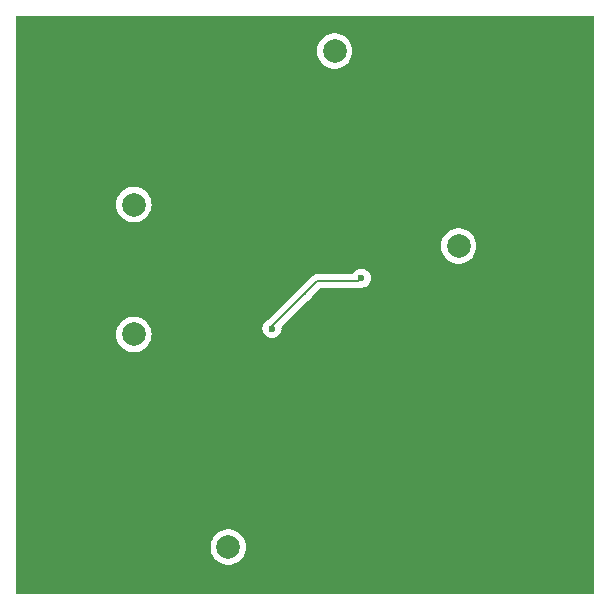
<source format=gbr>
%TF.GenerationSoftware,KiCad,Pcbnew,8.0.4*%
%TF.CreationDate,2024-08-13T18:30:55-04:00*%
%TF.ProjectId,op amp circuit,6f702061-6d70-4206-9369-72637569742e,rev?*%
%TF.SameCoordinates,Original*%
%TF.FileFunction,Copper,L2,Bot*%
%TF.FilePolarity,Positive*%
%FSLAX46Y46*%
G04 Gerber Fmt 4.6, Leading zero omitted, Abs format (unit mm)*
G04 Created by KiCad (PCBNEW 8.0.4) date 2024-08-13 18:30:55*
%MOMM*%
%LPD*%
G01*
G04 APERTURE LIST*
%TA.AperFunction,ComponentPad*%
%ADD10C,2.000000*%
%TD*%
%TA.AperFunction,ViaPad*%
%ADD11C,0.600000*%
%TD*%
%TA.AperFunction,Conductor*%
%ADD12C,0.200000*%
%TD*%
G04 APERTURE END LIST*
D10*
%TO.P,TP1,1,1*%
%TO.N,Net-(U1-V+)*%
X127500000Y-103500000D03*
%TD*%
%TO.P,TP5,1,1*%
%TO.N,Net-(R2-Pad2)*%
X138000000Y-120000000D03*
%TD*%
%TO.P,TP2,1,1*%
%TO.N,Net-(U1-V-)*%
X118500000Y-145500000D03*
%TD*%
%TO.P,TP4,1,1*%
%TO.N,Net-(U1--)*%
X110500000Y-116500000D03*
%TD*%
%TO.P,TP3,1,1*%
%TO.N,Net-(U1-+)*%
X110500000Y-127500000D03*
%TD*%
D11*
%TO.N,GNDPWR*%
X128500000Y-118000000D03*
X128500000Y-126500000D03*
%TO.N,Net-(R2-Pad2)*%
X129770000Y-122730000D03*
X122200003Y-127000000D03*
%TD*%
D12*
%TO.N,GNDPWR*%
X132100000Y-121600000D02*
X132100000Y-122978529D01*
X132100000Y-122978529D02*
X128578529Y-126500000D01*
X128500000Y-118000000D02*
X132100000Y-121600000D01*
X128578529Y-126500000D02*
X128500000Y-126500000D01*
%TO.N,Net-(R2-Pad2)*%
X125000000Y-124000000D02*
X125000000Y-124095002D01*
X129500000Y-123000000D02*
X126000000Y-123000000D01*
X122200003Y-126799997D02*
X125000000Y-124000000D01*
X129500000Y-123000000D02*
X129770000Y-122730000D01*
X122200003Y-127000000D02*
X122200003Y-126799997D01*
X126000000Y-123000000D02*
X125000000Y-124000000D01*
%TD*%
%TA.AperFunction,Conductor*%
%TO.N,GNDPWR*%
G36*
X149442539Y-100520185D02*
G01*
X149488294Y-100572989D01*
X149499500Y-100624500D01*
X149499500Y-149375500D01*
X149479815Y-149442539D01*
X149427011Y-149488294D01*
X149375500Y-149499500D01*
X100624500Y-149499500D01*
X100557461Y-149479815D01*
X100511706Y-149427011D01*
X100500500Y-149375500D01*
X100500500Y-145499994D01*
X116994357Y-145499994D01*
X116994357Y-145500005D01*
X117014890Y-145747812D01*
X117014892Y-145747824D01*
X117075936Y-145988881D01*
X117175826Y-146216606D01*
X117311833Y-146424782D01*
X117311836Y-146424785D01*
X117480256Y-146607738D01*
X117676491Y-146760474D01*
X117895190Y-146878828D01*
X118130386Y-146959571D01*
X118375665Y-147000500D01*
X118624335Y-147000500D01*
X118869614Y-146959571D01*
X119104810Y-146878828D01*
X119323509Y-146760474D01*
X119519744Y-146607738D01*
X119688164Y-146424785D01*
X119824173Y-146216607D01*
X119924063Y-145988881D01*
X119985108Y-145747821D01*
X120005643Y-145500000D01*
X119985108Y-145252179D01*
X119924063Y-145011119D01*
X119824173Y-144783393D01*
X119688166Y-144575217D01*
X119666557Y-144551744D01*
X119519744Y-144392262D01*
X119323509Y-144239526D01*
X119323507Y-144239525D01*
X119323506Y-144239524D01*
X119104811Y-144121172D01*
X119104802Y-144121169D01*
X118869616Y-144040429D01*
X118624335Y-143999500D01*
X118375665Y-143999500D01*
X118130383Y-144040429D01*
X117895197Y-144121169D01*
X117895188Y-144121172D01*
X117676493Y-144239524D01*
X117480257Y-144392261D01*
X117311833Y-144575217D01*
X117175826Y-144783393D01*
X117075936Y-145011118D01*
X117014892Y-145252175D01*
X117014890Y-145252187D01*
X116994357Y-145499994D01*
X100500500Y-145499994D01*
X100500500Y-127499994D01*
X108994357Y-127499994D01*
X108994357Y-127500005D01*
X109014890Y-127747812D01*
X109014892Y-127747824D01*
X109075936Y-127988881D01*
X109175826Y-128216606D01*
X109311833Y-128424782D01*
X109311836Y-128424785D01*
X109480256Y-128607738D01*
X109676491Y-128760474D01*
X109895190Y-128878828D01*
X110130386Y-128959571D01*
X110375665Y-129000500D01*
X110624335Y-129000500D01*
X110869614Y-128959571D01*
X111104810Y-128878828D01*
X111323509Y-128760474D01*
X111519744Y-128607738D01*
X111688164Y-128424785D01*
X111824173Y-128216607D01*
X111924063Y-127988881D01*
X111985108Y-127747821D01*
X111994886Y-127629816D01*
X112005643Y-127500005D01*
X112005643Y-127499994D01*
X111985109Y-127252187D01*
X111985107Y-127252175D01*
X111924063Y-127011118D01*
X111919184Y-126999996D01*
X121394438Y-126999996D01*
X121394438Y-127000003D01*
X121414633Y-127179249D01*
X121414634Y-127179254D01*
X121474214Y-127349523D01*
X121568762Y-127499994D01*
X121570187Y-127502262D01*
X121697741Y-127629816D01*
X121850481Y-127725789D01*
X122020748Y-127785368D01*
X122020753Y-127785369D01*
X122199999Y-127805565D01*
X122200003Y-127805565D01*
X122200007Y-127805565D01*
X122379252Y-127785369D01*
X122379255Y-127785368D01*
X122379258Y-127785368D01*
X122549525Y-127725789D01*
X122702265Y-127629816D01*
X122829819Y-127502262D01*
X122925792Y-127349522D01*
X122985371Y-127179255D01*
X122985372Y-127179249D01*
X123005568Y-127000003D01*
X123005568Y-126999997D01*
X122996423Y-126918836D01*
X123008477Y-126850014D01*
X123031959Y-126817274D01*
X125157573Y-124691661D01*
X125213160Y-124659569D01*
X125231784Y-124654579D01*
X125368716Y-124575522D01*
X125480520Y-124463718D01*
X125559577Y-124326786D01*
X125564566Y-124308164D01*
X125596659Y-124252574D01*
X126212417Y-123636819D01*
X126273740Y-123603334D01*
X126300098Y-123600500D01*
X129413331Y-123600500D01*
X129413347Y-123600501D01*
X129420943Y-123600501D01*
X129579054Y-123600501D01*
X129579057Y-123600501D01*
X129731785Y-123559577D01*
X129751782Y-123548030D01*
X129799905Y-123532195D01*
X129949249Y-123515369D01*
X129949252Y-123515368D01*
X129949255Y-123515368D01*
X130119522Y-123455789D01*
X130272262Y-123359816D01*
X130399816Y-123232262D01*
X130495789Y-123079522D01*
X130555368Y-122909255D01*
X130575565Y-122730000D01*
X130555368Y-122550745D01*
X130495789Y-122380478D01*
X130399816Y-122227738D01*
X130272262Y-122100184D01*
X130119523Y-122004211D01*
X129949254Y-121944631D01*
X129949249Y-121944630D01*
X129770004Y-121924435D01*
X129769996Y-121924435D01*
X129590750Y-121944630D01*
X129590745Y-121944631D01*
X129420476Y-122004211D01*
X129267737Y-122100184D01*
X129140184Y-122227737D01*
X129068720Y-122341472D01*
X129016385Y-122387763D01*
X128963726Y-122399500D01*
X126086670Y-122399500D01*
X126086654Y-122399499D01*
X126079058Y-122399499D01*
X125920943Y-122399499D01*
X125844579Y-122419961D01*
X125768214Y-122440423D01*
X125768209Y-122440426D01*
X125631290Y-122519475D01*
X125631282Y-122519481D01*
X124631284Y-123519480D01*
X121910598Y-126240164D01*
X121863879Y-126269522D01*
X121850481Y-126274211D01*
X121850478Y-126274213D01*
X121697740Y-126370184D01*
X121570187Y-126497737D01*
X121474214Y-126650476D01*
X121414634Y-126820745D01*
X121414633Y-126820750D01*
X121394438Y-126999996D01*
X111919184Y-126999996D01*
X111824173Y-126783393D01*
X111688166Y-126575217D01*
X111616841Y-126497738D01*
X111519744Y-126392262D01*
X111323509Y-126239526D01*
X111323507Y-126239525D01*
X111323506Y-126239524D01*
X111104811Y-126121172D01*
X111104802Y-126121169D01*
X110869616Y-126040429D01*
X110624335Y-125999500D01*
X110375665Y-125999500D01*
X110130383Y-126040429D01*
X109895197Y-126121169D01*
X109895188Y-126121172D01*
X109676493Y-126239524D01*
X109480257Y-126392261D01*
X109311833Y-126575217D01*
X109175826Y-126783393D01*
X109075936Y-127011118D01*
X109014892Y-127252175D01*
X109014890Y-127252187D01*
X108994357Y-127499994D01*
X100500500Y-127499994D01*
X100500500Y-119999994D01*
X136494357Y-119999994D01*
X136494357Y-120000005D01*
X136514890Y-120247812D01*
X136514892Y-120247824D01*
X136575936Y-120488881D01*
X136675826Y-120716606D01*
X136811833Y-120924782D01*
X136811836Y-120924785D01*
X136980256Y-121107738D01*
X137176491Y-121260474D01*
X137395190Y-121378828D01*
X137630386Y-121459571D01*
X137875665Y-121500500D01*
X138124335Y-121500500D01*
X138369614Y-121459571D01*
X138604810Y-121378828D01*
X138823509Y-121260474D01*
X139019744Y-121107738D01*
X139188164Y-120924785D01*
X139324173Y-120716607D01*
X139424063Y-120488881D01*
X139485108Y-120247821D01*
X139505643Y-120000000D01*
X139485108Y-119752179D01*
X139424063Y-119511119D01*
X139324173Y-119283393D01*
X139188166Y-119075217D01*
X139166557Y-119051744D01*
X139019744Y-118892262D01*
X138823509Y-118739526D01*
X138823507Y-118739525D01*
X138823506Y-118739524D01*
X138604811Y-118621172D01*
X138604802Y-118621169D01*
X138369616Y-118540429D01*
X138124335Y-118499500D01*
X137875665Y-118499500D01*
X137630383Y-118540429D01*
X137395197Y-118621169D01*
X137395188Y-118621172D01*
X137176493Y-118739524D01*
X136980257Y-118892261D01*
X136811833Y-119075217D01*
X136675826Y-119283393D01*
X136575936Y-119511118D01*
X136514892Y-119752175D01*
X136514890Y-119752187D01*
X136494357Y-119999994D01*
X100500500Y-119999994D01*
X100500500Y-116499994D01*
X108994357Y-116499994D01*
X108994357Y-116500005D01*
X109014890Y-116747812D01*
X109014892Y-116747824D01*
X109075936Y-116988881D01*
X109175826Y-117216606D01*
X109311833Y-117424782D01*
X109311836Y-117424785D01*
X109480256Y-117607738D01*
X109676491Y-117760474D01*
X109895190Y-117878828D01*
X110130386Y-117959571D01*
X110375665Y-118000500D01*
X110624335Y-118000500D01*
X110869614Y-117959571D01*
X111104810Y-117878828D01*
X111323509Y-117760474D01*
X111519744Y-117607738D01*
X111688164Y-117424785D01*
X111824173Y-117216607D01*
X111924063Y-116988881D01*
X111985108Y-116747821D01*
X112005643Y-116500000D01*
X111985108Y-116252179D01*
X111924063Y-116011119D01*
X111824173Y-115783393D01*
X111688166Y-115575217D01*
X111666557Y-115551744D01*
X111519744Y-115392262D01*
X111323509Y-115239526D01*
X111323507Y-115239525D01*
X111323506Y-115239524D01*
X111104811Y-115121172D01*
X111104802Y-115121169D01*
X110869616Y-115040429D01*
X110624335Y-114999500D01*
X110375665Y-114999500D01*
X110130383Y-115040429D01*
X109895197Y-115121169D01*
X109895188Y-115121172D01*
X109676493Y-115239524D01*
X109480257Y-115392261D01*
X109311833Y-115575217D01*
X109175826Y-115783393D01*
X109075936Y-116011118D01*
X109014892Y-116252175D01*
X109014890Y-116252187D01*
X108994357Y-116499994D01*
X100500500Y-116499994D01*
X100500500Y-103499994D01*
X125994357Y-103499994D01*
X125994357Y-103500005D01*
X126014890Y-103747812D01*
X126014892Y-103747824D01*
X126075936Y-103988881D01*
X126175826Y-104216606D01*
X126311833Y-104424782D01*
X126311836Y-104424785D01*
X126480256Y-104607738D01*
X126676491Y-104760474D01*
X126895190Y-104878828D01*
X127130386Y-104959571D01*
X127375665Y-105000500D01*
X127624335Y-105000500D01*
X127869614Y-104959571D01*
X128104810Y-104878828D01*
X128323509Y-104760474D01*
X128519744Y-104607738D01*
X128688164Y-104424785D01*
X128824173Y-104216607D01*
X128924063Y-103988881D01*
X128985108Y-103747821D01*
X129005643Y-103500000D01*
X128985108Y-103252179D01*
X128924063Y-103011119D01*
X128824173Y-102783393D01*
X128688166Y-102575217D01*
X128666557Y-102551744D01*
X128519744Y-102392262D01*
X128323509Y-102239526D01*
X128323507Y-102239525D01*
X128323506Y-102239524D01*
X128104811Y-102121172D01*
X128104802Y-102121169D01*
X127869616Y-102040429D01*
X127624335Y-101999500D01*
X127375665Y-101999500D01*
X127130383Y-102040429D01*
X126895197Y-102121169D01*
X126895188Y-102121172D01*
X126676493Y-102239524D01*
X126480257Y-102392261D01*
X126311833Y-102575217D01*
X126175826Y-102783393D01*
X126075936Y-103011118D01*
X126014892Y-103252175D01*
X126014890Y-103252187D01*
X125994357Y-103499994D01*
X100500500Y-103499994D01*
X100500500Y-100624500D01*
X100520185Y-100557461D01*
X100572989Y-100511706D01*
X100624500Y-100500500D01*
X149375500Y-100500500D01*
X149442539Y-100520185D01*
G37*
%TD.AperFunction*%
%TD*%
M02*

</source>
